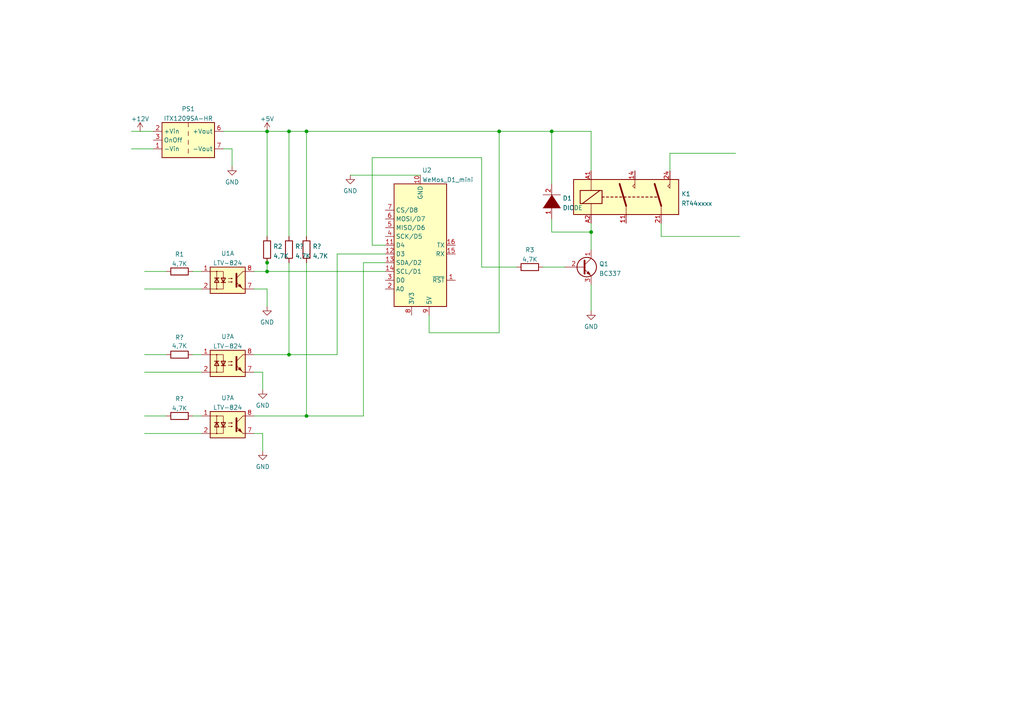
<source format=kicad_sch>
(kicad_sch (version 20211123) (generator eeschema)
  (paper "A4")
  (title_block (title "Klingeladapter") (date "14.8.2022") (rev "1.0") (company "A.Aust"))
  (lib_symbols
    (symbol "Converter_DCDC:ITX1209SA-HR"
      (property "Reference" "PS" (at -7.62 6.35 0))
      (property "Value" "ITX1209SA-HR" (at 1.27 6.35 0))
      (symbol "ITX1209SA-HR_0_0"
        (pin power_in line (at -10.16 -2.54 0) (length 2.54) (name "-Vin") (number "1"))
        (pin power_in line (at -10.16 2.54 0) (length 2.54) (name "+Vin") (number "2"))
        (pin input line (at -10.16 0 0) (length 2.54) (name "OnOff") (number "3"))
        (pin no_connect line (at 0 5.08 270) (length 2.54) hide (name "NC") (number "5"))
        (pin power_out line (at 10.16 2.54 180) (length 2.54) (name "+Vout") (number "6"))
        (pin power_out line (at 10.16 -2.54 180) (length 2.54) (name "-Vout") (number "7"))
        (pin no_connect line (at 7.62 0 180) (length 2.54) hide (name "NC") (number "8"))
      )
      (symbol "ITX1209SA-HR_0_1"
        (rectangle (start -7.62 5.08) (end 7.62 -5.08) (stroke (width 0.254)) (fill (type background)))
        (polyline (pts (xy 0 -2.54) (xy 0 -3.81)))
        (polyline (pts (xy 0 0) (xy 0 -1.27)))
        (polyline (pts (xy 0 2.54) (xy 0 1.27)))
        (polyline (pts (xy 0 5.08) (xy 0 3.81)))
      )
    )
    (symbol "Device:R" (pin_numbers hide) (pin_names (offset 0))
      (property "Reference" "R" (at 2.032 0 90))
      (property "Value" "R" (at 0 0 90))
      (symbol "R_0_1"
        (rectangle (start -1.016 -2.54) (end 1.016 2.54) (stroke (width 0.254)))
      )
      (symbol "R_1_1"
        (pin passive line (at 0 3.81 270) (length 1.27) (name "~") (number "1"))
        (pin passive line (at 0 -3.81 90) (length 1.27) (name "~") (number "2"))
      )
    )
    (symbol "Isolator:LTV-824" (pin_names (offset 1.016))
      (property "Reference" "U" (at -5.08 5.08 0))
      (property "Value" "LTV-824" (at 0 5.08 0))
      (symbol "LTV-824_0_1"
        (rectangle (start -5.08 3.81) (end 5.08 -3.81) (stroke (width 0.254)) (fill (type background)))
        (circle (center -3.175 -2.54) (radius 0.127))
        (circle (center -3.175 2.54) (radius 0.127))
        (polyline (pts (xy -3.81 0.635) (xy -2.54 0.635)) (stroke (width 0.254)))
        (polyline (pts (xy -3.175 0.635) (xy -3.175 -2.54)))
        (polyline (pts (xy -3.175 0.635) (xy -3.175 2.54)))
        (polyline (pts (xy -1.905 -0.635) (xy -0.635 -0.635)) (stroke (width 0.254)))
        (polyline (pts (xy 2.54 0.635) (xy 4.445 2.54)))
        (polyline (pts (xy 4.445 -2.54) (xy 2.54 -0.635)) (fill (type outline)))
        (polyline (pts (xy 4.445 -2.54) (xy 5.08 -2.54)))
        (polyline (pts (xy 4.445 2.54) (xy 5.08 2.54)))
        (polyline (pts (xy -5.08 2.54) (xy -1.27 2.54) (xy -1.27 0.635)))
        (polyline (pts (xy -1.27 1.016) (xy -1.27 -2.54) (xy -5.08 -2.54)))
        (polyline (pts (xy 2.54 1.905) (xy 2.54 -1.905) (xy 2.54 -1.905)) (stroke (width 0.508)))
        (polyline (pts (xy -3.175 0.635) (xy -3.81 -0.635) (xy -2.54 -0.635) (xy -3.175 0.635)) (stroke (width 0.254)))
        (polyline (pts (xy -1.27 -0.635) (xy -1.905 0.635) (xy -0.635 0.635) (xy -1.27 -0.635)) (stroke (width 0.254)))
        (polyline (pts (xy 0.127 -0.508) (xy 1.397 -0.508) (xy 1.016 -0.635) (xy 1.016 -0.381) (xy 1.397 -0.508)))
        (polyline (pts (xy 0.127 0.508) (xy 1.397 0.508) (xy 1.016 0.381) (xy 1.016 0.635) (xy 1.397 0.508)))
        (polyline (pts (xy 3.048 -1.651) (xy 3.556 -1.143) (xy 4.064 -2.159) (xy 3.048 -1.651) (xy 3.048 -1.651)) (fill (type outline)))
      )
      (symbol "LTV-824_1_1"
        (pin passive line (at -7.62 2.54 0) (length 2.54) (name "~") (number "1"))
        (pin passive line (at -7.62 -2.54 0) (length 2.54) (name "~") (number "2"))
        (pin passive line (at 7.62 -2.54 180) (length 2.54) (name "~") (number "7"))
        (pin passive line (at 7.62 2.54 180) (length 2.54) (name "~") (number "8"))
      )
      (symbol "LTV-824_2_1"
        (pin passive line (at -7.62 2.54 0) (length 2.54) (name "~") (number "3"))
        (pin passive line (at -7.62 -2.54 0) (length 2.54) (name "~") (number "4"))
        (pin passive line (at 7.62 -2.54 180) (length 2.54) (name "~") (number "5"))
        (pin passive line (at 7.62 2.54 180) (length 2.54) (name "~") (number "6"))
      )
    )
    (symbol "MCU_Module:WeMos_D1_mini"
      (property "Reference" "U" (at 3.81 19.05 0))
      (property "Value" "WeMos_D1_mini" (at 1.27 -19.05 0))
      (symbol "WeMos_D1_mini_1_1"
        (rectangle (start -7.62 17.78) (end 7.62 -17.78) (stroke (width 0.254)) (fill (type background)))
        (pin input line (at -10.16 10.16 0) (length 2.54) (name "~{RST}") (number "1"))
        (pin power_in line (at 0 -20.32 90) (length 2.54) (name "GND") (number "10"))
        (pin bidirectional line (at 10.16 0 180) (length 2.54) (name "D4") (number "11"))
        (pin bidirectional line (at 10.16 2.54 180) (length 2.54) (name "D3") (number "12"))
        (pin bidirectional line (at 10.16 5.08 180) (length 2.54) (name "SDA/D2") (number "13"))
        (pin bidirectional line (at 10.16 7.62 180) (length 2.54) (name "SCL/D1") (number "14"))
        (pin input line (at -10.16 2.54 0) (length 2.54) (name "RX") (number "15"))
        (pin output line (at -10.16 0 0) (length 2.54) (name "TX") (number "16"))
        (pin input line (at 10.16 12.7 180) (length 2.54) (name "A0") (number "2"))
        (pin bidirectional line (at 10.16 10.16 180) (length 2.54) (name "D0") (number "3"))
        (pin bidirectional line (at 10.16 -2.54 180) (length 2.54) (name "SCK/D5") (number "4"))
        (pin bidirectional line (at 10.16 -5.08 180) (length 2.54) (name "MISO/D6") (number "5"))
        (pin bidirectional line (at 10.16 -7.62 180) (length 2.54) (name "MOSI/D7") (number "6"))
        (pin bidirectional line (at 10.16 -10.16 180) (length 2.54) (name "CS/D8") (number "7"))
        (pin power_out line (at 2.54 20.32 270) (length 2.54) (name "3V3") (number "8"))
        (pin power_in line (at -2.54 20.32 270) (length 2.54) (name "5V") (number "9"))
      )
    )
    (symbol "Relay:RT44xxxx"
      (property "Reference" "K" (at 16.51 3.81 0))
      (property "Value" "RT44xxxx" (at 16.51 1.27 0))
      (symbol "RT44xxxx_0_1"
        (rectangle (start -15.24 5.08) (end 15.24 -5.08) (stroke (width 0.254)) (fill (type background)))
        (rectangle (start -13.335 1.905) (end -6.985 -1.905) (stroke (width 0.254)))
        (polyline (pts (xy -12.7 -1.905) (xy -7.62 1.905)) (stroke (width 0.254)))
        (polyline (pts (xy -10.16 -5.08) (xy -10.16 -1.905)))
        (polyline (pts (xy -10.16 5.08) (xy -10.16 1.905)))
        (polyline (pts (xy -6.985 0) (xy -6.35 0)) (stroke (width 0.254)))
        (polyline (pts (xy -5.715 0) (xy -5.08 0)) (stroke (width 0.254)))
        (polyline (pts (xy -4.445 0) (xy -3.81 0)) (stroke (width 0.254)))
        (polyline (pts (xy -3.175 0) (xy -2.54 0)) (stroke (width 0.254)))
        (polyline (pts (xy -1.905 0) (xy -1.27 0)) (stroke (width 0.254)))
        (polyline (pts (xy -0.635 0) (xy 0 0)) (stroke (width 0.254)))
        (polyline (pts (xy 0 -2.54) (xy -1.905 3.81)) (stroke (width 0.508)))
        (polyline (pts (xy 0 -2.54) (xy 0 -5.08)))
        (polyline (pts (xy 0.635 0) (xy 1.27 0)) (stroke (width 0.254)))
        (polyline (pts (xy 1.905 0) (xy 2.54 0)) (stroke (width 0.254)))
        (polyline (pts (xy 3.175 0) (xy 3.81 0)) (stroke (width 0.254)))
        (polyline (pts (xy 4.445 0) (xy 5.08 0)) (stroke (width 0.254)))
        (polyline (pts (xy 5.715 0) (xy 6.35 0)) (stroke (width 0.254)))
        (polyline (pts (xy 6.985 0) (xy 7.62 0)) (stroke (width 0.254)))
        (polyline (pts (xy 8.255 0) (xy 8.89 0)) (stroke (width 0.254)))
        (polyline (pts (xy 10.16 -2.54) (xy 8.255 3.81)) (stroke (width 0.508)))
        (polyline (pts (xy 10.16 -2.54) (xy 10.16 -5.08)))
        (polyline (pts (xy 2.54 5.08) (xy 2.54 2.54) (xy 1.905 3.175) (xy 2.54 3.81)))
        (polyline (pts (xy 12.7 5.08) (xy 12.7 2.54) (xy 12.065 3.175) (xy 12.7 3.81)))
      )
      (symbol "RT44xxxx_1_1"
        (pin passive line (at 0 -7.62 90) (length 2.54) (name "~") (number "11"))
        (pin passive line (at 2.54 7.62 270) (length 2.54) (name "~") (number "14"))
        (pin passive line (at 10.16 -7.62 90) (length 2.54) (name "~") (number "21"))
        (pin passive line (at 12.7 7.62 270) (length 2.54) (name "~") (number "24"))
        (pin passive line (at -10.16 7.62 270) (length 2.54) (name "~") (number "A1"))
        (pin passive line (at -10.16 -7.62 90) (length 2.54) (name "~") (number "A2"))
      )
    )
    (symbol "Transistor_BJT:BC337" (pin_names (offset 0) hide)
      (property "Reference" "Q" (at 5.08 1.905 0))
      (property "Value" "BC337" (at 5.08 0 0))
      (symbol "BC337_0_1"
        (polyline (pts (xy 0 0) (xy 0.635 0)))
        (polyline (pts (xy 0.635 0.635) (xy 2.54 2.54)))
        (polyline (pts (xy 0.635 -0.635) (xy 2.54 -2.54) (xy 2.54 -2.54)))
        (polyline (pts (xy 0.635 1.905) (xy 0.635 -1.905) (xy 0.635 -1.905)) (stroke (width 0.508)))
        (polyline (pts (xy 1.27 -1.778) (xy 1.778 -1.27) (xy 2.286 -2.286) (xy 1.27 -1.778) (xy 1.27 -1.778)) (fill (type outline)))
        (circle (center 1.27 0) (radius 2.8194) (stroke (width 0.254)))
      )
      (symbol "BC337_1_1"
        (pin passive line (at 2.54 5.08 270) (length 2.54) (name "C") (number "1"))
        (pin input line (at -5.08 0 0) (length 5.08) (name "B") (number "2"))
        (pin passive line (at 2.54 -5.08 90) (length 2.54) (name "E") (number "3"))
      )
    )
    (symbol "power:+12V" (power) (pin_names (offset 0))
      (property "Value" "+12V" (at 0 3.556 0))
      (symbol "+12V_0_1"
        (polyline (pts (xy -0.762 1.27) (xy 0 2.54)))
        (polyline (pts (xy 0 0) (xy 0 2.54)))
        (polyline (pts (xy 0 2.54) (xy 0.762 1.27)))
      )
      (symbol "+12V_1_1"
        (pin power_in line (at 0 0 90) (length 0) hide (name "+12V") (number "1"))
      )
    )
    (symbol "power:+5V" (power) (pin_names (offset 0))
      (property "Value" "+5V" (at 0 3.556 0))
      (symbol "+5V_0_1"
        (polyline (pts (xy -0.762 1.27) (xy 0 2.54)))
        (polyline (pts (xy 0 0) (xy 0 2.54)))
        (polyline (pts (xy 0 2.54) (xy 0.762 1.27)))
      )
      (symbol "+5V_1_1"
        (pin power_in line (at 0 0 90) (length 0) hide (name "+5V") (number "1"))
      )
    )
    (symbol "power:GND" (power) (pin_names (offset 0))
      (property "Value" "GND" (at 0 -3.81 0))
      (symbol "GND_0_1"
        (polyline (pts (xy 0 0) (xy 0 -1.27) (xy 1.27 -1.27) (xy 0 -2.54) (xy -1.27 -1.27) (xy 0 -1.27)))
      )
      (symbol "GND_1_1"
        (pin power_in line (at 0 0 270) (length 0) hide (name "GND") (number "1"))
      )
    )
    (symbol "pspice:DIODE" (pin_names (offset 1.016) hide)
      (property "Reference" "D" (at 0 3.81 0))
      (property "Value" "DIODE" (at 0 -4.445 0))
      (symbol "DIODE_0_1"
        (polyline (pts (xy 1.905 2.54) (xy 1.905 -2.54)))
        (polyline (pts (xy -1.905 2.54) (xy -1.905 -2.54) (xy 1.905 0)) (fill (type outline)))
      )
      (symbol "DIODE_1_1"
        (pin input line (at -5.08 0 0) (length 3.81) (name "K") (number "1"))
        (pin input line (at 5.08 0 180) (length 3.81) (name "A") (number "2"))
      )
    )
  )
  (junction (at 88.9 38.1))
  (junction (at 83.82 102.87))
  (junction (at 77.47 76.2))
  (junction (at 83.82 38.1))
  (junction (at 77.47 78.74))
  (junction (at 88.9 120.65))
  (junction (at 160.02 38.1))
  (junction (at 144.78 38.1))
  (junction (at 77.47 38.1))
  (junction (at 171.45 67.31))
  (wire (pts (xy 77.47 78.74) (xy 111.76 78.74)))
  (wire (pts (xy 160.02 63.5) (xy 160.02 67.31)))
  (wire (pts (xy 73.66 120.65) (xy 88.9 120.65)))
  (wire (pts (xy 194.31 44.45) (xy 213.36 44.45)))
  (wire (pts (xy 88.9 38.1) (xy 144.78 38.1)))
  (wire (pts (xy 55.88 120.65) (xy 58.42 120.65)))
  (wire (pts (xy 73.66 83.82) (xy 77.47 83.82)))
  (wire (pts (xy 171.45 82.55) (xy 171.45 90.17)))
  (wire (pts (xy 41.91 102.87) (xy 48.26 102.87)))
  (wire (pts (xy 160.02 38.1) (xy 160.02 53.34)))
  (wire (pts (xy 88.9 38.1) (xy 88.9 68.58)))
  (wire (pts (xy 83.82 38.1) (xy 83.82 68.58)))
  (wire (pts (xy 73.66 107.95) (xy 76.2 107.95)))
  (wire (pts (xy 76.2 125.73) (xy 76.2 130.81)))
  (wire (pts (xy 111.76 71.12) (xy 107.95 71.12)))
  (wire (pts (xy 73.66 125.73) (xy 76.2 125.73)))
  (wire (pts (xy 64.77 43.18) (xy 67.31 43.18)))
  (wire (pts (xy 171.45 38.1) (xy 171.45 49.53)))
  (wire (pts (xy 83.82 76.2) (xy 83.82 102.87)))
  (wire (pts (xy 88.9 76.2) (xy 88.9 120.65)))
  (wire (pts (xy 83.82 38.1) (xy 88.9 38.1)))
  (wire (pts (xy 107.95 71.12) (xy 107.95 45.72)))
  (wire (pts (xy 124.46 91.44) (xy 124.46 96.52)))
  (wire (pts (xy 139.7 77.47) (xy 149.86 77.47)))
  (wire (pts (xy 41.91 83.82) (xy 58.42 83.82)))
  (wire (pts (xy 144.78 38.1) (xy 160.02 38.1)))
  (wire (pts (xy 76.2 107.95) (xy 76.2 113.03)))
  (wire (pts (xy 77.47 83.82) (xy 77.47 88.9)))
  (wire (pts (xy 38.1 38.1) (xy 44.45 38.1)))
  (wire (pts (xy 97.79 102.87) (xy 97.79 73.66)))
  (wire (pts (xy 139.7 45.72) (xy 139.7 77.47)))
  (wire (pts (xy 124.46 96.52) (xy 144.78 96.52)))
  (wire (pts (xy 97.79 73.66) (xy 111.76 73.66)))
  (wire (pts (xy 105.41 120.65) (xy 105.41 76.2)))
  (wire (pts (xy 64.77 38.1) (xy 77.47 38.1)))
  (wire (pts (xy 101.6 50.8) (xy 121.92 50.8)))
  (wire (pts (xy 160.02 38.1) (xy 171.45 38.1)))
  (wire (pts (xy 55.88 102.87) (xy 58.42 102.87)))
  (wire (pts (xy 160.02 67.31) (xy 171.45 67.31)))
  (wire (pts (xy 107.95 45.72) (xy 139.7 45.72)))
  (wire (pts (xy 88.9 120.65) (xy 105.41 120.65)))
  (wire (pts (xy 41.91 107.95) (xy 58.42 107.95)))
  (wire (pts (xy 77.47 76.2) (xy 77.47 78.74)))
  (wire (pts (xy 157.48 77.47) (xy 163.83 77.47)))
  (wire (pts (xy 77.47 78.74) (xy 73.66 78.74)))
  (wire (pts (xy 38.1 43.18) (xy 44.45 43.18)))
  (wire (pts (xy 105.41 76.2) (xy 111.76 76.2)))
  (wire (pts (xy 73.66 102.87) (xy 83.82 102.87)))
  (wire (pts (xy 77.47 38.1) (xy 83.82 38.1)))
  (wire (pts (xy 55.88 78.74) (xy 58.42 78.74)))
  (wire (pts (xy 191.77 68.58) (xy 214.63 68.58)))
  (wire (pts (xy 191.77 64.77) (xy 191.77 68.58)))
  (wire (pts (xy 77.47 74.93) (xy 77.47 76.2)))
  (wire (pts (xy 171.45 64.77) (xy 171.45 67.31)))
  (wire (pts (xy 67.31 43.18) (xy 67.31 48.26)))
  (wire (pts (xy 41.91 78.74) (xy 48.26 78.74)))
  (wire (pts (xy 144.78 38.1) (xy 144.78 96.52)))
  (wire (pts (xy 41.91 125.73) (xy 58.42 125.73)))
  (wire (pts (xy 194.31 49.53) (xy 194.31 44.45)))
  (wire (pts (xy 83.82 102.87) (xy 97.79 102.87)))
  (wire (pts (xy 171.45 67.31) (xy 171.45 72.39)))
  (wire (pts (xy 41.91 120.65) (xy 48.26 120.65)))
  (wire (pts (xy 77.47 38.1) (xy 77.47 68.58)))
  (symbol (lib_id "Device:R") (at 52.07 120.65 270) (unit 1)
    (property "Reference" "R?" (at 52.07 115.6675 90))
    (property "Value" "4,7K" (at 52.07 118.4426 90))
  )
  (symbol (lib_id "Device:R") (at 52.07 78.74 270) (unit 1)
    (property "Reference" "R1" (at 52.07 73.7575 90))
    (property "Value" "4,7K" (at 52.07 76.5326 90))
  )
  (symbol (lib_id "power:GND") (at 76.2 130.81 0) (unit 1)
    (property "Reference" "#PWR?" (effects hide))
    (property "Value" "GND" (at 76.2 135.3725 0))
  )
  (symbol (lib_id "Converter_DCDC:ITX1209SA-HR") (at 54.61 40.64 0) (unit 1)
    (property "Reference" "PS1" (at 54.61 31.5935 0))
    (property "Value" "ITX1209SA-HR" (at 54.61 34.3686 0))
    (property "Footprint" "Converter_DCDC:Converter_DCDC_XP_POWER-ITxxxxxS_THT" (effects hide))
    (property "Datasheet" "https://www.xppower.com/pdfs/SF_ITX.pdf" (effects hide))
  )
  (symbol (lib_id "power:+12V") (at 40.64 38.1 0) (unit 1)
    (property "Reference" "#PWR01" (effects hide))
    (property "Value" "+12V" (at 40.64 34.4955 0))
  )
  (symbol (lib_id "Transistor_BJT:BC337") (at 168.91 77.47 0) (unit 1)
    (property "Reference" "Q1" (at 173.7614 76.5615 0) (effects (justify left)))
    (property "Value" "BC337" (at 173.7614 79.3366 0) (effects (justify left)))
    (property "Footprint" "Package_TO_SOT_THT:TO-92_Inline" (effects hide))
    (property "Datasheet" "https://diotec.com/tl_files/diotec/files/pdf/datasheets/bc337.pdf" (effects hide))
  )
  (symbol (lib_id "MCU_Module:WeMos_D1_mini") (at 121.92 71.12 180) (unit 1)
    (property "Reference" "U2" (at 122.4406 49.3735 0) (effects (justify right)))
    (property "Value" "WeMos_D1_mini" (at 122.4406 52.1486 0) (effects (justify right)))
    (property "Footprint" "Module:WEMOS_D1_mini_light" (effects hide))
    (property "Datasheet" "https://wiki.wemos.cc/products:d1:d1_mini#documentation" (effects hide))
  )
  (symbol (lib_id "power:GND") (at 101.6 50.8 0) (unit 1)
    (property "Reference" "#PWR05" (effects hide))
    (property "Value" "GND" (at 101.6 55.3625 0))
  )
  (symbol (lib_id "power:GND") (at 76.2 113.03 0) (unit 1)
    (property "Reference" "#PWR?" (effects hide))
    (property "Value" "GND" (at 76.2 117.5925 0))
  )
  (symbol (lib_id "Relay:RT44xxxx") (at 181.61 57.15 0) (unit 1)
    (property "Reference" "K1" (at 197.612 56.2415 0) (effects (justify left)))
    (property "Value" "RT44xxxx" (at 197.612 59.0166 0) (effects (justify left)))
    (property "Footprint" "Relay_THT:Relay_DPST_Schrack-RT2-FormA_RM5mm" (effects hide))
    (property "Datasheet" "http://www.te.com/commerce/DocumentDelivery/DDEController?Action=showdoc&DocId=Data+Sheet%7FRT2%7F1014%7Fpdf%7FEnglish%7FENG_DS_RT2_1014.pdf%7F6-1393243-3" (effects hide))
  )
  (symbol (lib_id "power:GND") (at 67.31 48.26 0) (unit 1)
    (property "Reference" "#PWR02" (effects hide))
    (property "Value" "GND" (at 67.31 52.8225 0))
  )
  (symbol (lib_id "Device:R") (at 52.07 102.87 270) (unit 1)
    (property "Reference" "R?" (at 52.07 97.8875 90))
    (property "Value" "4,7K" (at 52.07 100.33 90))
  )
  (symbol (lib_id "Isolator:LTV-824") (at 66.04 105.41 0) (unit 1)
    (property "Reference" "U?" (at 66.04 97.6335 0))
    (property "Value" "LTV-824" (at 66.04 100.4086 0))
    (property "Footprint" "Package_DIP:DIP-8_W7.62mm" (effects hide))
    (property "Datasheet" "http://optoelectronics.liteon.com/upload/download/DS-70-96-0013/S_110_LTV-814%20824%20844%20(M,%20S,%20S-TA,%20S-TA1,%20S-TP)%20Series.pdf" (effects hide))
  )
  (symbol (lib_id "Device:R") (at 88.9 72.39 0) (unit 1)
    (property "Reference" "R?" (at 90.678 71.4815 0) (effects (justify left)))
    (property "Value" "4,7K" (at 90.678 74.2566 0) (effects (justify left)))
  )
  (symbol (lib_id "Device:R") (at 153.67 77.47 90) (unit 1)
    (property "Reference" "R3" (at 153.67 72.4875 90))
    (property "Value" "4,7K" (at 153.67 75.2626 90))
  )
  (symbol (lib_id "power:GND") (at 77.47 88.9 0) (unit 1)
    (property "Reference" "#PWR04" (effects hide))
    (property "Value" "GND" (at 77.47 93.4625 0))
  )
  (symbol (lib_id "Device:R") (at 83.82 72.39 0) (unit 1)
    (property "Reference" "R?" (at 85.598 71.4815 0) (effects (justify left)))
    (property "Value" "4,7K" (at 85.598 74.2566 0) (effects (justify left)))
  )
  (symbol (lib_id "pspice:DIODE") (at 160.02 58.42 90) (unit 1)
    (property "Reference" "D1" (at 163.195 57.5115 90) (effects (justify right)))
    (property "Value" "DIODE" (at 163.195 60.2866 90) (effects (justify right)))
  )
  (symbol (lib_id "Device:R") (at 77.47 72.39 0) (unit 1)
    (property "Reference" "R2" (at 79.248 71.4815 0) (effects (justify left)))
    (property "Value" "4,7K" (at 79.248 74.2566 0) (effects (justify left)))
  )
  (symbol (lib_id "Isolator:LTV-824") (at 66.04 81.28 0) (unit 1)
    (property "Reference" "U1" (at 66.04 73.5035 0))
    (property "Value" "LTV-824" (at 66.04 76.2786 0))
    (property "Footprint" "Package_DIP:DIP-8_W7.62mm" (effects hide))
    (property "Datasheet" "http://optoelectronics.liteon.com/upload/download/DS-70-96-0013/S_110_LTV-814%20824%20844%20(M,%20S,%20S-TA,%20S-TA1,%20S-TP)%20Series.pdf" (effects hide))
  )
  (symbol (lib_id "Isolator:LTV-824") (at 66.04 123.19 0) (unit 1)
    (property "Reference" "U?" (at 66.04 115.4135 0))
    (property "Value" "LTV-824" (at 66.04 118.1886 0))
    (property "Footprint" "Package_DIP:DIP-8_W7.62mm" (effects hide))
    (property "Datasheet" "http://optoelectronics.liteon.com/upload/download/DS-70-96-0013/S_110_LTV-814%20824%20844%20(M,%20S,%20S-TA,%20S-TA1,%20S-TP)%20Series.pdf" (effects hide))
  )
  (symbol (lib_id "power:+5V") (at 77.47 38.1 0) (unit 1)
    (property "Reference" "#PWR03" (effects hide))
    (property "Value" "+5V" (at 77.47 34.4955 0))
  )
  (symbol (lib_id "power:GND") (at 171.45 90.17 0) (unit 1)
    (property "Reference" "#PWR06" (effects hide))
    (property "Value" "GND" (at 171.45 94.7325 0))
  )
)
</source>
